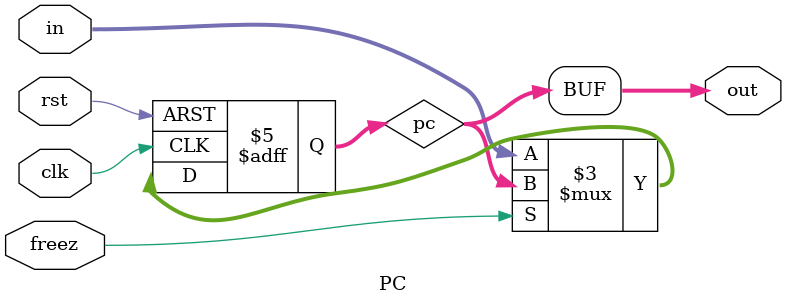
<source format=v>
module PC(input clk, rst, freez, input[31:0]in, output[31:0]out);
	reg[31:0]pc; 
	always@(posedge clk, posedge rst) begin
		if (rst) begin
			pc <= 32'd0;
		end
		else if(!freez) begin
			pc <= in;
		end
	end
	assign out = pc;
endmodule
</source>
